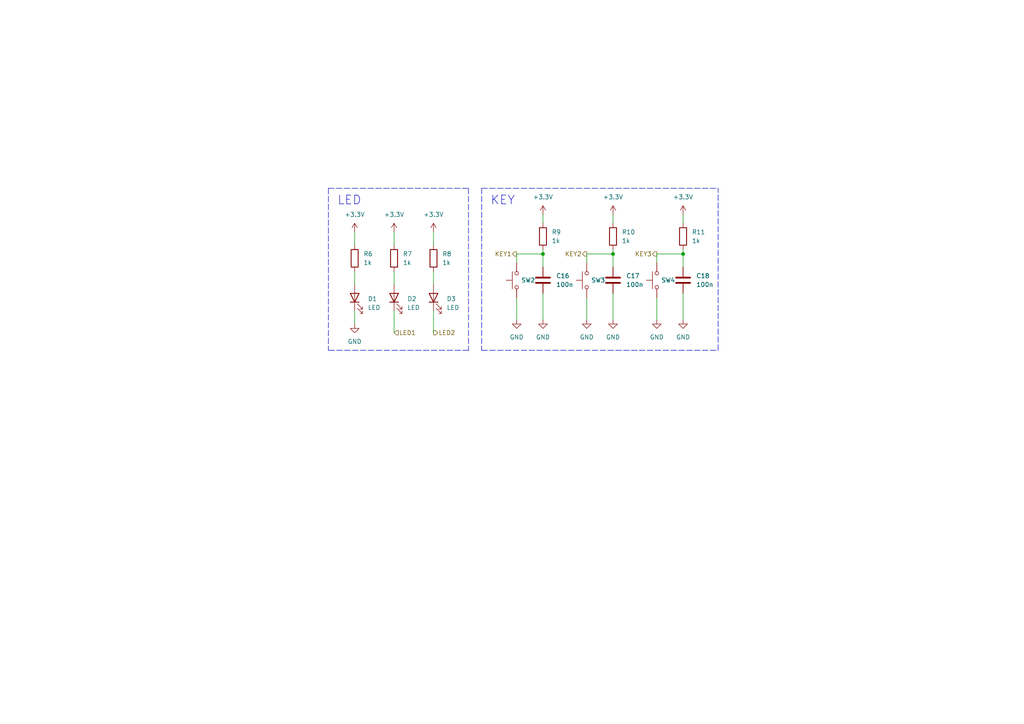
<source format=kicad_sch>
(kicad_sch (version 20211123) (generator eeschema)

  (uuid f3b9703f-8919-4cc9-8065-513ea338bb19)

  (paper "A4")

  (lib_symbols
    (symbol "Device:C" (pin_numbers hide) (pin_names (offset 0.254)) (in_bom yes) (on_board yes)
      (property "Reference" "C" (id 0) (at 0.635 2.54 0)
        (effects (font (size 1.27 1.27)) (justify left))
      )
      (property "Value" "C" (id 1) (at 0.635 -2.54 0)
        (effects (font (size 1.27 1.27)) (justify left))
      )
      (property "Footprint" "" (id 2) (at 0.9652 -3.81 0)
        (effects (font (size 1.27 1.27)) hide)
      )
      (property "Datasheet" "~" (id 3) (at 0 0 0)
        (effects (font (size 1.27 1.27)) hide)
      )
      (property "ki_keywords" "cap capacitor" (id 4) (at 0 0 0)
        (effects (font (size 1.27 1.27)) hide)
      )
      (property "ki_description" "Unpolarized capacitor" (id 5) (at 0 0 0)
        (effects (font (size 1.27 1.27)) hide)
      )
      (property "ki_fp_filters" "C_*" (id 6) (at 0 0 0)
        (effects (font (size 1.27 1.27)) hide)
      )
      (symbol "C_0_1"
        (polyline
          (pts
            (xy -2.032 -0.762)
            (xy 2.032 -0.762)
          )
          (stroke (width 0.508) (type default) (color 0 0 0 0))
          (fill (type none))
        )
        (polyline
          (pts
            (xy -2.032 0.762)
            (xy 2.032 0.762)
          )
          (stroke (width 0.508) (type default) (color 0 0 0 0))
          (fill (type none))
        )
      )
      (symbol "C_1_1"
        (pin passive line (at 0 3.81 270) (length 2.794)
          (name "~" (effects (font (size 1.27 1.27))))
          (number "1" (effects (font (size 1.27 1.27))))
        )
        (pin passive line (at 0 -3.81 90) (length 2.794)
          (name "~" (effects (font (size 1.27 1.27))))
          (number "2" (effects (font (size 1.27 1.27))))
        )
      )
    )
    (symbol "Device:LED" (pin_numbers hide) (pin_names (offset 1.016) hide) (in_bom yes) (on_board yes)
      (property "Reference" "D" (id 0) (at 0 2.54 0)
        (effects (font (size 1.27 1.27)))
      )
      (property "Value" "LED" (id 1) (at 0 -2.54 0)
        (effects (font (size 1.27 1.27)))
      )
      (property "Footprint" "" (id 2) (at 0 0 0)
        (effects (font (size 1.27 1.27)) hide)
      )
      (property "Datasheet" "~" (id 3) (at 0 0 0)
        (effects (font (size 1.27 1.27)) hide)
      )
      (property "ki_keywords" "LED diode" (id 4) (at 0 0 0)
        (effects (font (size 1.27 1.27)) hide)
      )
      (property "ki_description" "Light emitting diode" (id 5) (at 0 0 0)
        (effects (font (size 1.27 1.27)) hide)
      )
      (property "ki_fp_filters" "LED* LED_SMD:* LED_THT:*" (id 6) (at 0 0 0)
        (effects (font (size 1.27 1.27)) hide)
      )
      (symbol "LED_0_1"
        (polyline
          (pts
            (xy -1.27 -1.27)
            (xy -1.27 1.27)
          )
          (stroke (width 0.254) (type default) (color 0 0 0 0))
          (fill (type none))
        )
        (polyline
          (pts
            (xy -1.27 0)
            (xy 1.27 0)
          )
          (stroke (width 0) (type default) (color 0 0 0 0))
          (fill (type none))
        )
        (polyline
          (pts
            (xy 1.27 -1.27)
            (xy 1.27 1.27)
            (xy -1.27 0)
            (xy 1.27 -1.27)
          )
          (stroke (width 0.254) (type default) (color 0 0 0 0))
          (fill (type none))
        )
        (polyline
          (pts
            (xy -3.048 -0.762)
            (xy -4.572 -2.286)
            (xy -3.81 -2.286)
            (xy -4.572 -2.286)
            (xy -4.572 -1.524)
          )
          (stroke (width 0) (type default) (color 0 0 0 0))
          (fill (type none))
        )
        (polyline
          (pts
            (xy -1.778 -0.762)
            (xy -3.302 -2.286)
            (xy -2.54 -2.286)
            (xy -3.302 -2.286)
            (xy -3.302 -1.524)
          )
          (stroke (width 0) (type default) (color 0 0 0 0))
          (fill (type none))
        )
      )
      (symbol "LED_1_1"
        (pin passive line (at -3.81 0 0) (length 2.54)
          (name "K" (effects (font (size 1.27 1.27))))
          (number "1" (effects (font (size 1.27 1.27))))
        )
        (pin passive line (at 3.81 0 180) (length 2.54)
          (name "A" (effects (font (size 1.27 1.27))))
          (number "2" (effects (font (size 1.27 1.27))))
        )
      )
    )
    (symbol "Device:R" (pin_numbers hide) (pin_names (offset 0)) (in_bom yes) (on_board yes)
      (property "Reference" "R" (id 0) (at 2.032 0 90)
        (effects (font (size 1.27 1.27)))
      )
      (property "Value" "R" (id 1) (at 0 0 90)
        (effects (font (size 1.27 1.27)))
      )
      (property "Footprint" "" (id 2) (at -1.778 0 90)
        (effects (font (size 1.27 1.27)) hide)
      )
      (property "Datasheet" "~" (id 3) (at 0 0 0)
        (effects (font (size 1.27 1.27)) hide)
      )
      (property "ki_keywords" "R res resistor" (id 4) (at 0 0 0)
        (effects (font (size 1.27 1.27)) hide)
      )
      (property "ki_description" "Resistor" (id 5) (at 0 0 0)
        (effects (font (size 1.27 1.27)) hide)
      )
      (property "ki_fp_filters" "R_*" (id 6) (at 0 0 0)
        (effects (font (size 1.27 1.27)) hide)
      )
      (symbol "R_0_1"
        (rectangle (start -1.016 -2.54) (end 1.016 2.54)
          (stroke (width 0.254) (type default) (color 0 0 0 0))
          (fill (type none))
        )
      )
      (symbol "R_1_1"
        (pin passive line (at 0 3.81 270) (length 1.27)
          (name "~" (effects (font (size 1.27 1.27))))
          (number "1" (effects (font (size 1.27 1.27))))
        )
        (pin passive line (at 0 -3.81 90) (length 1.27)
          (name "~" (effects (font (size 1.27 1.27))))
          (number "2" (effects (font (size 1.27 1.27))))
        )
      )
    )
    (symbol "Switch:SW_Push" (pin_numbers hide) (pin_names (offset 1.016) hide) (in_bom yes) (on_board yes)
      (property "Reference" "SW" (id 0) (at 1.27 2.54 0)
        (effects (font (size 1.27 1.27)) (justify left))
      )
      (property "Value" "SW_Push" (id 1) (at 0 -1.524 0)
        (effects (font (size 1.27 1.27)))
      )
      (property "Footprint" "" (id 2) (at 0 5.08 0)
        (effects (font (size 1.27 1.27)) hide)
      )
      (property "Datasheet" "~" (id 3) (at 0 5.08 0)
        (effects (font (size 1.27 1.27)) hide)
      )
      (property "ki_keywords" "switch normally-open pushbutton push-button" (id 4) (at 0 0 0)
        (effects (font (size 1.27 1.27)) hide)
      )
      (property "ki_description" "Push button switch, generic, two pins" (id 5) (at 0 0 0)
        (effects (font (size 1.27 1.27)) hide)
      )
      (symbol "SW_Push_0_1"
        (circle (center -2.032 0) (radius 0.508)
          (stroke (width 0) (type default) (color 0 0 0 0))
          (fill (type none))
        )
        (polyline
          (pts
            (xy 0 1.27)
            (xy 0 3.048)
          )
          (stroke (width 0) (type default) (color 0 0 0 0))
          (fill (type none))
        )
        (polyline
          (pts
            (xy 2.54 1.27)
            (xy -2.54 1.27)
          )
          (stroke (width 0) (type default) (color 0 0 0 0))
          (fill (type none))
        )
        (circle (center 2.032 0) (radius 0.508)
          (stroke (width 0) (type default) (color 0 0 0 0))
          (fill (type none))
        )
        (pin passive line (at -5.08 0 0) (length 2.54)
          (name "1" (effects (font (size 1.27 1.27))))
          (number "1" (effects (font (size 1.27 1.27))))
        )
        (pin passive line (at 5.08 0 180) (length 2.54)
          (name "2" (effects (font (size 1.27 1.27))))
          (number "2" (effects (font (size 1.27 1.27))))
        )
      )
    )
    (symbol "power:+3.3V" (power) (pin_names (offset 0)) (in_bom yes) (on_board yes)
      (property "Reference" "#PWR" (id 0) (at 0 -3.81 0)
        (effects (font (size 1.27 1.27)) hide)
      )
      (property "Value" "+3.3V" (id 1) (at 0 3.556 0)
        (effects (font (size 1.27 1.27)))
      )
      (property "Footprint" "" (id 2) (at 0 0 0)
        (effects (font (size 1.27 1.27)) hide)
      )
      (property "Datasheet" "" (id 3) (at 0 0 0)
        (effects (font (size 1.27 1.27)) hide)
      )
      (property "ki_keywords" "power-flag" (id 4) (at 0 0 0)
        (effects (font (size 1.27 1.27)) hide)
      )
      (property "ki_description" "Power symbol creates a global label with name \"+3.3V\"" (id 5) (at 0 0 0)
        (effects (font (size 1.27 1.27)) hide)
      )
      (symbol "+3.3V_0_1"
        (polyline
          (pts
            (xy -0.762 1.27)
            (xy 0 2.54)
          )
          (stroke (width 0) (type default) (color 0 0 0 0))
          (fill (type none))
        )
        (polyline
          (pts
            (xy 0 0)
            (xy 0 2.54)
          )
          (stroke (width 0) (type default) (color 0 0 0 0))
          (fill (type none))
        )
        (polyline
          (pts
            (xy 0 2.54)
            (xy 0.762 1.27)
          )
          (stroke (width 0) (type default) (color 0 0 0 0))
          (fill (type none))
        )
      )
      (symbol "+3.3V_1_1"
        (pin power_in line (at 0 0 90) (length 0) hide
          (name "+3.3V" (effects (font (size 1.27 1.27))))
          (number "1" (effects (font (size 1.27 1.27))))
        )
      )
    )
    (symbol "power:GND" (power) (pin_names (offset 0)) (in_bom yes) (on_board yes)
      (property "Reference" "#PWR" (id 0) (at 0 -6.35 0)
        (effects (font (size 1.27 1.27)) hide)
      )
      (property "Value" "GND" (id 1) (at 0 -3.81 0)
        (effects (font (size 1.27 1.27)))
      )
      (property "Footprint" "" (id 2) (at 0 0 0)
        (effects (font (size 1.27 1.27)) hide)
      )
      (property "Datasheet" "" (id 3) (at 0 0 0)
        (effects (font (size 1.27 1.27)) hide)
      )
      (property "ki_keywords" "power-flag" (id 4) (at 0 0 0)
        (effects (font (size 1.27 1.27)) hide)
      )
      (property "ki_description" "Power symbol creates a global label with name \"GND\" , ground" (id 5) (at 0 0 0)
        (effects (font (size 1.27 1.27)) hide)
      )
      (symbol "GND_0_1"
        (polyline
          (pts
            (xy 0 0)
            (xy 0 -1.27)
            (xy 1.27 -1.27)
            (xy 0 -2.54)
            (xy -1.27 -1.27)
            (xy 0 -1.27)
          )
          (stroke (width 0) (type default) (color 0 0 0 0))
          (fill (type none))
        )
      )
      (symbol "GND_1_1"
        (pin power_in line (at 0 0 270) (length 0) hide
          (name "GND" (effects (font (size 1.27 1.27))))
          (number "1" (effects (font (size 1.27 1.27))))
        )
      )
    )
  )

  (junction (at 198.12 73.66) (diameter 0) (color 0 0 0 0)
    (uuid 43d5b409-e37a-4db2-be54-7a29d31c7b1d)
  )
  (junction (at 157.48 73.66) (diameter 0) (color 0 0 0 0)
    (uuid 744b5f71-dedd-461f-bcd8-0943e4f210ac)
  )
  (junction (at 177.8 73.66) (diameter 0) (color 0 0 0 0)
    (uuid 8cb84de9-73ab-46e5-becd-f9e88025f0d6)
  )

  (wire (pts (xy 114.3 67.31) (xy 114.3 71.12))
    (stroke (width 0) (type default) (color 0 0 0 0))
    (uuid 03d86d5c-a9fa-47c0-95b8-5eb571b88005)
  )
  (wire (pts (xy 125.73 78.74) (xy 125.73 82.55))
    (stroke (width 0) (type default) (color 0 0 0 0))
    (uuid 058322b0-bcec-43c5-b02d-ea97b1977b16)
  )
  (wire (pts (xy 125.73 67.31) (xy 125.73 71.12))
    (stroke (width 0) (type default) (color 0 0 0 0))
    (uuid 05e9b194-4bb3-4b8d-9e12-8453bf629ec2)
  )
  (wire (pts (xy 102.87 78.74) (xy 102.87 82.55))
    (stroke (width 0) (type default) (color 0 0 0 0))
    (uuid 0791f035-cd70-40c2-9476-46dfd3d11563)
  )
  (wire (pts (xy 190.5 76.2) (xy 190.5 73.66))
    (stroke (width 0) (type default) (color 0 0 0 0))
    (uuid 18df789e-174a-40a0-8409-7e95f13b8110)
  )
  (wire (pts (xy 102.87 67.31) (xy 102.87 71.12))
    (stroke (width 0) (type default) (color 0 0 0 0))
    (uuid 19fca27e-85cc-4102-bbbb-36ede8442570)
  )
  (polyline (pts (xy 95.25 54.61) (xy 95.25 101.6))
    (stroke (width 0) (type default) (color 0 0 0 0))
    (uuid 3e669d55-8839-4cc6-99f5-1673096439a9)
  )

  (wire (pts (xy 157.48 62.23) (xy 157.48 64.77))
    (stroke (width 0) (type default) (color 0 0 0 0))
    (uuid 3ed2cb3a-4467-4785-ad1b-644d987f0ffa)
  )
  (polyline (pts (xy 135.89 54.61) (xy 135.89 101.6))
    (stroke (width 0) (type default) (color 0 0 0 0))
    (uuid 488e129f-b80d-4e82-a576-fdb98b191246)
  )

  (wire (pts (xy 198.12 73.66) (xy 198.12 72.39))
    (stroke (width 0) (type default) (color 0 0 0 0))
    (uuid 595f9d64-324c-447a-8560-0e18f4eb55ee)
  )
  (wire (pts (xy 114.3 90.17) (xy 114.3 96.52))
    (stroke (width 0) (type default) (color 0 0 0 0))
    (uuid 5bf7adc1-0cf5-4d47-b5ca-7e78b77a10a5)
  )
  (wire (pts (xy 177.8 62.23) (xy 177.8 64.77))
    (stroke (width 0) (type default) (color 0 0 0 0))
    (uuid 628fbbf7-871e-4c2b-85b7-7cea32f21514)
  )
  (wire (pts (xy 177.8 73.66) (xy 177.8 77.47))
    (stroke (width 0) (type default) (color 0 0 0 0))
    (uuid 696a797c-a7c0-41eb-b2ca-5e02178a8d53)
  )
  (wire (pts (xy 177.8 73.66) (xy 177.8 72.39))
    (stroke (width 0) (type default) (color 0 0 0 0))
    (uuid 73dd3b65-da33-4980-a47b-f5cc4f2cceef)
  )
  (wire (pts (xy 170.18 76.2) (xy 170.18 73.66))
    (stroke (width 0) (type default) (color 0 0 0 0))
    (uuid 78adb550-442f-4fab-8c1f-4efa5eb27656)
  )
  (wire (pts (xy 157.48 73.66) (xy 157.48 77.47))
    (stroke (width 0) (type default) (color 0 0 0 0))
    (uuid 79aaf405-5377-4cf5-a35a-576d52e707b3)
  )
  (polyline (pts (xy 139.7 101.6) (xy 208.28 101.6))
    (stroke (width 0) (type default) (color 0 0 0 0))
    (uuid 7e6833f3-d6c7-46ca-b91d-fb9453aa3f7e)
  )

  (wire (pts (xy 149.86 73.66) (xy 157.48 73.66))
    (stroke (width 0) (type default) (color 0 0 0 0))
    (uuid 7fc0fdff-3d01-4cfb-ae3b-d1fec6c4fe3d)
  )
  (wire (pts (xy 198.12 62.23) (xy 198.12 64.77))
    (stroke (width 0) (type default) (color 0 0 0 0))
    (uuid 84ea71f1-68b2-4f73-ab0e-287b1ad3d717)
  )
  (polyline (pts (xy 139.7 54.61) (xy 139.7 101.6))
    (stroke (width 0) (type default) (color 0 0 0 0))
    (uuid 85cd4643-c2f9-4109-b9e8-6d79b417f90b)
  )

  (wire (pts (xy 125.73 90.17) (xy 125.73 96.52))
    (stroke (width 0) (type default) (color 0 0 0 0))
    (uuid 96bd0f51-f576-47a1-a5a9-582a4e0d27ff)
  )
  (wire (pts (xy 149.86 86.36) (xy 149.86 92.71))
    (stroke (width 0) (type default) (color 0 0 0 0))
    (uuid 984b7668-e6f2-4f8a-b4c2-189284e1285f)
  )
  (wire (pts (xy 114.3 78.74) (xy 114.3 82.55))
    (stroke (width 0) (type default) (color 0 0 0 0))
    (uuid 9e548a2c-3318-44ff-9bcf-1368b4665240)
  )
  (wire (pts (xy 149.86 76.2) (xy 149.86 73.66))
    (stroke (width 0) (type default) (color 0 0 0 0))
    (uuid a51373fb-fdb5-40df-a09b-1c783eba1451)
  )
  (wire (pts (xy 190.5 86.36) (xy 190.5 92.71))
    (stroke (width 0) (type default) (color 0 0 0 0))
    (uuid a79d8124-e249-411a-b123-295b953d6da4)
  )
  (wire (pts (xy 198.12 73.66) (xy 198.12 77.47))
    (stroke (width 0) (type default) (color 0 0 0 0))
    (uuid c83b6e24-b93f-498d-bfbb-92d106f439cf)
  )
  (wire (pts (xy 190.5 73.66) (xy 198.12 73.66))
    (stroke (width 0) (type default) (color 0 0 0 0))
    (uuid ca866599-8fc8-4871-866d-79e3ecbc28cd)
  )
  (wire (pts (xy 170.18 73.66) (xy 177.8 73.66))
    (stroke (width 0) (type default) (color 0 0 0 0))
    (uuid d43eeb51-04ea-42a0-ad4c-7a982e17e323)
  )
  (polyline (pts (xy 139.7 54.61) (xy 208.28 54.61))
    (stroke (width 0) (type default) (color 0 0 0 0))
    (uuid de5f8a86-eb69-49c7-9009-0bba2adbb82f)
  )

  (wire (pts (xy 102.87 90.17) (xy 102.87 93.98))
    (stroke (width 0) (type default) (color 0 0 0 0))
    (uuid e0891b71-7cd6-4792-ba2b-e4f970239e23)
  )
  (polyline (pts (xy 208.28 101.6) (xy 208.28 54.61))
    (stroke (width 0) (type default) (color 0 0 0 0))
    (uuid e3641743-10c0-4c4c-ba55-f9ae974e2973)
  )
  (polyline (pts (xy 135.89 101.6) (xy 95.25 101.6))
    (stroke (width 0) (type default) (color 0 0 0 0))
    (uuid e442a5d5-a8f4-494e-aaa7-242ae709aa14)
  )

  (wire (pts (xy 198.12 85.09) (xy 198.12 92.71))
    (stroke (width 0) (type default) (color 0 0 0 0))
    (uuid e8636ed7-3255-404f-b0ec-5954922dc898)
  )
  (wire (pts (xy 157.48 73.66) (xy 157.48 72.39))
    (stroke (width 0) (type default) (color 0 0 0 0))
    (uuid eacfcdfd-c21a-474b-ab67-38b2041ae027)
  )
  (wire (pts (xy 177.8 85.09) (xy 177.8 92.71))
    (stroke (width 0) (type default) (color 0 0 0 0))
    (uuid f0083864-55fa-41d7-8f77-1c9f90bf202d)
  )
  (wire (pts (xy 170.18 86.36) (xy 170.18 92.71))
    (stroke (width 0) (type default) (color 0 0 0 0))
    (uuid f85c6340-80c4-43e4-8f57-a7a0dadf26b1)
  )
  (wire (pts (xy 157.48 85.09) (xy 157.48 92.71))
    (stroke (width 0) (type default) (color 0 0 0 0))
    (uuid f88d861a-0178-422d-8798-5eb7e4833539)
  )
  (polyline (pts (xy 95.25 54.61) (xy 135.89 54.61))
    (stroke (width 0) (type default) (color 0 0 0 0))
    (uuid fcb829f7-6436-4d0e-9ac3-a2d4652e0882)
  )

  (text "LED" (at 97.79 59.69 0)
    (effects (font (size 2.54 2.54)) (justify left bottom))
    (uuid 0726be91-3567-4bcf-bcb1-cfb48cc716ab)
  )
  (text "KEY" (at 142.24 59.69 0)
    (effects (font (size 2.54 2.54)) (justify left bottom))
    (uuid a49fe32b-8104-4d0f-a63f-c67ccb4af827)
  )

  (hierarchical_label "LED1" (shape input) (at 114.3 96.52 0)
    (effects (font (size 1.27 1.27)) (justify left))
    (uuid 2fcf6dc5-1c57-485d-a539-16eeaca6daf7)
  )
  (hierarchical_label "KEY2" (shape output) (at 170.18 73.66 180)
    (effects (font (size 1.27 1.27)) (justify right))
    (uuid 6a2e2c7b-bb99-4fe5-8407-a8523b123b68)
  )
  (hierarchical_label "KEY1" (shape output) (at 149.86 73.66 180)
    (effects (font (size 1.27 1.27)) (justify right))
    (uuid 9c1bf29f-f834-43f0-a919-d780e804a54e)
  )
  (hierarchical_label "KEY3" (shape output) (at 190.5 73.66 180)
    (effects (font (size 1.27 1.27)) (justify right))
    (uuid dc5ec66e-cecf-472f-b540-57f70e007caf)
  )
  (hierarchical_label "LED2" (shape output) (at 125.73 96.52 0)
    (effects (font (size 1.27 1.27)) (justify left))
    (uuid f39298fc-7ee4-4545-8921-91976e99d265)
  )

  (symbol (lib_id "Device:C") (at 198.12 81.28 0) (unit 1)
    (in_bom yes) (on_board yes) (fields_autoplaced)
    (uuid 0b0636af-a8d8-4d29-98d0-72fe28b5cdf1)
    (property "Reference" "C18" (id 0) (at 201.93 80.0099 0)
      (effects (font (size 1.27 1.27)) (justify left))
    )
    (property "Value" "100n" (id 1) (at 201.93 82.5499 0)
      (effects (font (size 1.27 1.27)) (justify left))
    )
    (property "Footprint" "Capacitor_SMD:C_0603_1608Metric" (id 2) (at 199.0852 85.09 0)
      (effects (font (size 1.27 1.27)) hide)
    )
    (property "Datasheet" "~" (id 3) (at 198.12 81.28 0)
      (effects (font (size 1.27 1.27)) hide)
    )
    (pin "1" (uuid 9e53a182-35af-444a-abad-22f45c6e8266))
    (pin "2" (uuid fd8877d3-6651-4a24-8f88-17d150e4ead5))
  )

  (symbol (lib_id "power:+3.3V") (at 157.48 62.23 0) (unit 1)
    (in_bom yes) (on_board yes) (fields_autoplaced)
    (uuid 157c95e9-4e6f-417b-a35f-323fb7d91449)
    (property "Reference" "#PWR049" (id 0) (at 157.48 66.04 0)
      (effects (font (size 1.27 1.27)) hide)
    )
    (property "Value" "+3.3V" (id 1) (at 157.48 57.15 0))
    (property "Footprint" "" (id 2) (at 157.48 62.23 0)
      (effects (font (size 1.27 1.27)) hide)
    )
    (property "Datasheet" "" (id 3) (at 157.48 62.23 0)
      (effects (font (size 1.27 1.27)) hide)
    )
    (pin "1" (uuid 8297e444-cf89-4572-85b2-6dee79def2aa))
  )

  (symbol (lib_id "power:GND") (at 149.86 92.71 0) (unit 1)
    (in_bom yes) (on_board yes) (fields_autoplaced)
    (uuid 2819f453-221f-4d9e-8fdb-8e999574020e)
    (property "Reference" "#PWR048" (id 0) (at 149.86 99.06 0)
      (effects (font (size 1.27 1.27)) hide)
    )
    (property "Value" "GND" (id 1) (at 149.86 97.79 0))
    (property "Footprint" "" (id 2) (at 149.86 92.71 0)
      (effects (font (size 1.27 1.27)) hide)
    )
    (property "Datasheet" "" (id 3) (at 149.86 92.71 0)
      (effects (font (size 1.27 1.27)) hide)
    )
    (pin "1" (uuid e8710111-504d-4f57-86e7-3bbf36f0b487))
  )

  (symbol (lib_id "Device:R") (at 102.87 74.93 0) (unit 1)
    (in_bom yes) (on_board yes) (fields_autoplaced)
    (uuid 398ddcff-cf75-434b-8755-64a5ad901944)
    (property "Reference" "R6" (id 0) (at 105.41 73.6599 0)
      (effects (font (size 1.27 1.27)) (justify left))
    )
    (property "Value" "1k" (id 1) (at 105.41 76.1999 0)
      (effects (font (size 1.27 1.27)) (justify left))
    )
    (property "Footprint" "Resistor_SMD:R_0603_1608Metric" (id 2) (at 101.092 74.93 90)
      (effects (font (size 1.27 1.27)) hide)
    )
    (property "Datasheet" "~" (id 3) (at 102.87 74.93 0)
      (effects (font (size 1.27 1.27)) hide)
    )
    (pin "1" (uuid 1d539210-fd14-4735-82d0-95f7691dbf2b))
    (pin "2" (uuid abd33efc-a09d-4b99-85d9-71738a4ad33c))
  )

  (symbol (lib_id "power:GND") (at 198.12 92.71 0) (unit 1)
    (in_bom yes) (on_board yes) (fields_autoplaced)
    (uuid 4475d34d-2b8e-4556-9ec0-6fccd55062f3)
    (property "Reference" "#PWR056" (id 0) (at 198.12 99.06 0)
      (effects (font (size 1.27 1.27)) hide)
    )
    (property "Value" "GND" (id 1) (at 198.12 97.79 0))
    (property "Footprint" "" (id 2) (at 198.12 92.71 0)
      (effects (font (size 1.27 1.27)) hide)
    )
    (property "Datasheet" "" (id 3) (at 198.12 92.71 0)
      (effects (font (size 1.27 1.27)) hide)
    )
    (pin "1" (uuid 872f74de-2fa5-4da3-8e00-8d26b33110e8))
  )

  (symbol (lib_id "power:+3.3V") (at 114.3 67.31 0) (unit 1)
    (in_bom yes) (on_board yes) (fields_autoplaced)
    (uuid 4acb1c37-8571-4e04-8f95-59b8de0690c5)
    (property "Reference" "#PWR046" (id 0) (at 114.3 71.12 0)
      (effects (font (size 1.27 1.27)) hide)
    )
    (property "Value" "+3.3V" (id 1) (at 114.3 62.23 0))
    (property "Footprint" "" (id 2) (at 114.3 67.31 0)
      (effects (font (size 1.27 1.27)) hide)
    )
    (property "Datasheet" "" (id 3) (at 114.3 67.31 0)
      (effects (font (size 1.27 1.27)) hide)
    )
    (pin "1" (uuid 5aca129a-0004-422d-b23d-50842c61e317))
  )

  (symbol (lib_id "power:GND") (at 177.8 92.71 0) (unit 1)
    (in_bom yes) (on_board yes) (fields_autoplaced)
    (uuid 4f7699fd-f0f0-4c48-b9cc-071a02e28322)
    (property "Reference" "#PWR053" (id 0) (at 177.8 99.06 0)
      (effects (font (size 1.27 1.27)) hide)
    )
    (property "Value" "GND" (id 1) (at 177.8 97.79 0))
    (property "Footprint" "" (id 2) (at 177.8 92.71 0)
      (effects (font (size 1.27 1.27)) hide)
    )
    (property "Datasheet" "" (id 3) (at 177.8 92.71 0)
      (effects (font (size 1.27 1.27)) hide)
    )
    (pin "1" (uuid 9c5b2285-3c95-42fb-a555-5e46cad46444))
  )

  (symbol (lib_id "power:GND") (at 157.48 92.71 0) (unit 1)
    (in_bom yes) (on_board yes) (fields_autoplaced)
    (uuid 53050b97-791d-4307-ab2f-d150a9dcdd30)
    (property "Reference" "#PWR050" (id 0) (at 157.48 99.06 0)
      (effects (font (size 1.27 1.27)) hide)
    )
    (property "Value" "GND" (id 1) (at 157.48 97.79 0))
    (property "Footprint" "" (id 2) (at 157.48 92.71 0)
      (effects (font (size 1.27 1.27)) hide)
    )
    (property "Datasheet" "" (id 3) (at 157.48 92.71 0)
      (effects (font (size 1.27 1.27)) hide)
    )
    (pin "1" (uuid 7b6cd122-b924-4bf2-bfb0-f151b0859421))
  )

  (symbol (lib_id "Device:R") (at 198.12 68.58 0) (unit 1)
    (in_bom yes) (on_board yes) (fields_autoplaced)
    (uuid 64303c3a-c297-47a7-aa09-4f39224d02e3)
    (property "Reference" "R11" (id 0) (at 200.66 67.3099 0)
      (effects (font (size 1.27 1.27)) (justify left))
    )
    (property "Value" "1k" (id 1) (at 200.66 69.8499 0)
      (effects (font (size 1.27 1.27)) (justify left))
    )
    (property "Footprint" "Resistor_SMD:R_0603_1608Metric" (id 2) (at 196.342 68.58 90)
      (effects (font (size 1.27 1.27)) hide)
    )
    (property "Datasheet" "~" (id 3) (at 198.12 68.58 0)
      (effects (font (size 1.27 1.27)) hide)
    )
    (pin "1" (uuid 16f69c20-b231-40f2-9aa6-a7f7f28f6b76))
    (pin "2" (uuid ae83df78-09bf-41ab-8ed4-aa3ed75f2946))
  )

  (symbol (lib_id "Switch:SW_Push") (at 170.18 81.28 90) (unit 1)
    (in_bom yes) (on_board yes) (fields_autoplaced)
    (uuid 71125b9d-09aa-45a4-81a3-c7df30f798c9)
    (property "Reference" "SW3" (id 0) (at 171.45 81.2799 90)
      (effects (font (size 1.27 1.27)) (justify right))
    )
    (property "Value" "SW_Push" (id 1) (at 171.704 81.28 0)
      (effects (font (size 1.27 1.27)) hide)
    )
    (property "Footprint" "Button_Switch_SMD:SW_Push_1P1T_NO_6x6mm_H9.5mm" (id 2) (at 165.1 81.28 0)
      (effects (font (size 1.27 1.27)) hide)
    )
    (property "Datasheet" "~" (id 3) (at 165.1 81.28 0)
      (effects (font (size 1.27 1.27)) hide)
    )
    (pin "1" (uuid 8ca44105-c103-434e-8190-abbd57c9d7d5))
    (pin "2" (uuid 401dc406-5b6b-433a-8608-08be54edb79a))
  )

  (symbol (lib_id "power:+3.3V") (at 125.73 67.31 0) (unit 1)
    (in_bom yes) (on_board yes) (fields_autoplaced)
    (uuid 78c379b7-26f3-40c5-a7da-fb204e3008cb)
    (property "Reference" "#PWR047" (id 0) (at 125.73 71.12 0)
      (effects (font (size 1.27 1.27)) hide)
    )
    (property "Value" "+3.3V" (id 1) (at 125.73 62.23 0))
    (property "Footprint" "" (id 2) (at 125.73 67.31 0)
      (effects (font (size 1.27 1.27)) hide)
    )
    (property "Datasheet" "" (id 3) (at 125.73 67.31 0)
      (effects (font (size 1.27 1.27)) hide)
    )
    (pin "1" (uuid f1dbebd7-e8c5-4895-a0ae-f8d51abf467b))
  )

  (symbol (lib_id "Device:R") (at 157.48 68.58 0) (unit 1)
    (in_bom yes) (on_board yes) (fields_autoplaced)
    (uuid 809c5804-762f-47d3-aef4-7729a74ff823)
    (property "Reference" "R9" (id 0) (at 160.02 67.3099 0)
      (effects (font (size 1.27 1.27)) (justify left))
    )
    (property "Value" "1k" (id 1) (at 160.02 69.8499 0)
      (effects (font (size 1.27 1.27)) (justify left))
    )
    (property "Footprint" "Resistor_SMD:R_0603_1608Metric" (id 2) (at 155.702 68.58 90)
      (effects (font (size 1.27 1.27)) hide)
    )
    (property "Datasheet" "~" (id 3) (at 157.48 68.58 0)
      (effects (font (size 1.27 1.27)) hide)
    )
    (pin "1" (uuid 01a2d51d-5041-44c3-b079-dccb1cf6bafa))
    (pin "2" (uuid dd5d71c9-1e09-40a4-8bd3-271eb2b638d4))
  )

  (symbol (lib_id "power:+3.3V") (at 102.87 67.31 0) (unit 1)
    (in_bom yes) (on_board yes) (fields_autoplaced)
    (uuid 8bf99eac-c3a2-4ebb-a1d1-2cff2dbcbf97)
    (property "Reference" "#PWR044" (id 0) (at 102.87 71.12 0)
      (effects (font (size 1.27 1.27)) hide)
    )
    (property "Value" "+3.3V" (id 1) (at 102.87 62.23 0))
    (property "Footprint" "" (id 2) (at 102.87 67.31 0)
      (effects (font (size 1.27 1.27)) hide)
    )
    (property "Datasheet" "" (id 3) (at 102.87 67.31 0)
      (effects (font (size 1.27 1.27)) hide)
    )
    (pin "1" (uuid ddd4a1ec-a41f-42be-be79-924c07f3680a))
  )

  (symbol (lib_id "power:+3.3V") (at 198.12 62.23 0) (unit 1)
    (in_bom yes) (on_board yes) (fields_autoplaced)
    (uuid 986af359-652c-41a5-96f4-5ec91e55c9b6)
    (property "Reference" "#PWR055" (id 0) (at 198.12 66.04 0)
      (effects (font (size 1.27 1.27)) hide)
    )
    (property "Value" "+3.3V" (id 1) (at 198.12 57.15 0))
    (property "Footprint" "" (id 2) (at 198.12 62.23 0)
      (effects (font (size 1.27 1.27)) hide)
    )
    (property "Datasheet" "" (id 3) (at 198.12 62.23 0)
      (effects (font (size 1.27 1.27)) hide)
    )
    (pin "1" (uuid c2da76ff-b5dc-4cbe-897c-4c909f86a0e9))
  )

  (symbol (lib_id "Switch:SW_Push") (at 190.5 81.28 90) (unit 1)
    (in_bom yes) (on_board yes) (fields_autoplaced)
    (uuid 9e835dca-f51d-4d7b-bdea-ed92fe22189e)
    (property "Reference" "SW4" (id 0) (at 191.77 81.2799 90)
      (effects (font (size 1.27 1.27)) (justify right))
    )
    (property "Value" "SW_Push" (id 1) (at 192.024 81.28 0)
      (effects (font (size 1.27 1.27)) hide)
    )
    (property "Footprint" "Button_Switch_SMD:SW_Push_1P1T_NO_6x6mm_H9.5mm" (id 2) (at 185.42 81.28 0)
      (effects (font (size 1.27 1.27)) hide)
    )
    (property "Datasheet" "~" (id 3) (at 185.42 81.28 0)
      (effects (font (size 1.27 1.27)) hide)
    )
    (pin "1" (uuid 526ad190-f606-444c-ad56-e6e2f111b0a1))
    (pin "2" (uuid 7ad7da00-c2d5-49e6-9e8d-72f8058adf06))
  )

  (symbol (lib_id "Device:LED") (at 125.73 86.36 90) (unit 1)
    (in_bom yes) (on_board yes) (fields_autoplaced)
    (uuid a9349293-1ed8-46ac-aaa5-172d99c39714)
    (property "Reference" "D3" (id 0) (at 129.54 86.6774 90)
      (effects (font (size 1.27 1.27)) (justify right))
    )
    (property "Value" "LED" (id 1) (at 129.54 89.2174 90)
      (effects (font (size 1.27 1.27)) (justify right))
    )
    (property "Footprint" "Capacitor_SMD:C_0603_1608Metric" (id 2) (at 125.73 86.36 0)
      (effects (font (size 1.27 1.27)) hide)
    )
    (property "Datasheet" "~" (id 3) (at 125.73 86.36 0)
      (effects (font (size 1.27 1.27)) hide)
    )
    (pin "1" (uuid 2a127c37-9c81-4718-a010-bdaa05dbab28))
    (pin "2" (uuid 53177a43-0cbd-476a-b217-f5fd53e6ab81))
  )

  (symbol (lib_id "Device:C") (at 177.8 81.28 0) (unit 1)
    (in_bom yes) (on_board yes) (fields_autoplaced)
    (uuid ab638c96-fef4-4eb2-9113-2df61eeb0189)
    (property "Reference" "C17" (id 0) (at 181.61 80.0099 0)
      (effects (font (size 1.27 1.27)) (justify left))
    )
    (property "Value" "100n" (id 1) (at 181.61 82.5499 0)
      (effects (font (size 1.27 1.27)) (justify left))
    )
    (property "Footprint" "Capacitor_SMD:C_0603_1608Metric" (id 2) (at 178.7652 85.09 0)
      (effects (font (size 1.27 1.27)) hide)
    )
    (property "Datasheet" "~" (id 3) (at 177.8 81.28 0)
      (effects (font (size 1.27 1.27)) hide)
    )
    (pin "1" (uuid 4acbca6d-10b6-4678-bb43-b79eb54d76e0))
    (pin "2" (uuid 16f3d4af-c141-42f6-8923-79dc1afd8bb6))
  )

  (symbol (lib_id "power:GND") (at 170.18 92.71 0) (unit 1)
    (in_bom yes) (on_board yes) (fields_autoplaced)
    (uuid af383454-b946-465c-9778-5774b77f017f)
    (property "Reference" "#PWR051" (id 0) (at 170.18 99.06 0)
      (effects (font (size 1.27 1.27)) hide)
    )
    (property "Value" "GND" (id 1) (at 170.18 97.79 0))
    (property "Footprint" "" (id 2) (at 170.18 92.71 0)
      (effects (font (size 1.27 1.27)) hide)
    )
    (property "Datasheet" "" (id 3) (at 170.18 92.71 0)
      (effects (font (size 1.27 1.27)) hide)
    )
    (pin "1" (uuid 9b37d7f8-e7cb-4767-ba71-09bca5c5b510))
  )

  (symbol (lib_id "power:GND") (at 102.87 93.98 0) (unit 1)
    (in_bom yes) (on_board yes) (fields_autoplaced)
    (uuid b64fcb4f-c6fb-48a8-9d87-b5847af214e6)
    (property "Reference" "#PWR045" (id 0) (at 102.87 100.33 0)
      (effects (font (size 1.27 1.27)) hide)
    )
    (property "Value" "GND" (id 1) (at 102.87 99.06 0))
    (property "Footprint" "" (id 2) (at 102.87 93.98 0)
      (effects (font (size 1.27 1.27)) hide)
    )
    (property "Datasheet" "" (id 3) (at 102.87 93.98 0)
      (effects (font (size 1.27 1.27)) hide)
    )
    (pin "1" (uuid 4d114c08-dab2-431a-b029-2389b7fdb6fa))
  )

  (symbol (lib_id "Device:R") (at 125.73 74.93 0) (unit 1)
    (in_bom yes) (on_board yes) (fields_autoplaced)
    (uuid b8a387f1-402b-4732-b87a-64f3f444af92)
    (property "Reference" "R8" (id 0) (at 128.27 73.6599 0)
      (effects (font (size 1.27 1.27)) (justify left))
    )
    (property "Value" "1k" (id 1) (at 128.27 76.1999 0)
      (effects (font (size 1.27 1.27)) (justify left))
    )
    (property "Footprint" "Resistor_SMD:R_0603_1608Metric" (id 2) (at 123.952 74.93 90)
      (effects (font (size 1.27 1.27)) hide)
    )
    (property "Datasheet" "~" (id 3) (at 125.73 74.93 0)
      (effects (font (size 1.27 1.27)) hide)
    )
    (pin "1" (uuid 2e406133-2865-4649-a041-0a990ab34c2c))
    (pin "2" (uuid be90d450-2525-4e7d-ab6f-7c19df6355ed))
  )

  (symbol (lib_id "Device:R") (at 114.3 74.93 0) (unit 1)
    (in_bom yes) (on_board yes) (fields_autoplaced)
    (uuid ba3cdacb-7114-4915-82ff-43b48cf86e95)
    (property "Reference" "R7" (id 0) (at 116.84 73.6599 0)
      (effects (font (size 1.27 1.27)) (justify left))
    )
    (property "Value" "1k" (id 1) (at 116.84 76.1999 0)
      (effects (font (size 1.27 1.27)) (justify left))
    )
    (property "Footprint" "Resistor_SMD:R_0603_1608Metric" (id 2) (at 112.522 74.93 90)
      (effects (font (size 1.27 1.27)) hide)
    )
    (property "Datasheet" "~" (id 3) (at 114.3 74.93 0)
      (effects (font (size 1.27 1.27)) hide)
    )
    (pin "1" (uuid 30bcd292-05fb-4a7f-8d2a-b574aecee992))
    (pin "2" (uuid f6d1658e-60fa-496e-acba-0773be4867dd))
  )

  (symbol (lib_id "Switch:SW_Push") (at 149.86 81.28 90) (unit 1)
    (in_bom yes) (on_board yes) (fields_autoplaced)
    (uuid ba7cd4d3-b089-4e96-8feb-3805ac463947)
    (property "Reference" "SW2" (id 0) (at 151.13 81.2799 90)
      (effects (font (size 1.27 1.27)) (justify right))
    )
    (property "Value" "SW_Push" (id 1) (at 151.384 81.28 0)
      (effects (font (size 1.27 1.27)) hide)
    )
    (property "Footprint" "Button_Switch_SMD:SW_Push_1P1T_NO_6x6mm_H9.5mm" (id 2) (at 144.78 81.28 0)
      (effects (font (size 1.27 1.27)) hide)
    )
    (property "Datasheet" "~" (id 3) (at 144.78 81.28 0)
      (effects (font (size 1.27 1.27)) hide)
    )
    (pin "1" (uuid 7f301c31-68e2-49a4-9376-7f400ef2ef74))
    (pin "2" (uuid 1956082a-1062-4713-9dff-6b543f63c117))
  )

  (symbol (lib_id "power:+3.3V") (at 177.8 62.23 0) (unit 1)
    (in_bom yes) (on_board yes) (fields_autoplaced)
    (uuid c6024d97-1848-496d-9fee-a42a7c6c6352)
    (property "Reference" "#PWR052" (id 0) (at 177.8 66.04 0)
      (effects (font (size 1.27 1.27)) hide)
    )
    (property "Value" "+3.3V" (id 1) (at 177.8 57.15 0))
    (property "Footprint" "" (id 2) (at 177.8 62.23 0)
      (effects (font (size 1.27 1.27)) hide)
    )
    (property "Datasheet" "" (id 3) (at 177.8 62.23 0)
      (effects (font (size 1.27 1.27)) hide)
    )
    (pin "1" (uuid 4afe6a01-a15f-4e87-9fc2-d98310089d39))
  )

  (symbol (lib_id "Device:C") (at 157.48 81.28 0) (unit 1)
    (in_bom yes) (on_board yes) (fields_autoplaced)
    (uuid dae70559-e54a-4666-98f1-3ca9f4d7d322)
    (property "Reference" "C16" (id 0) (at 161.29 80.0099 0)
      (effects (font (size 1.27 1.27)) (justify left))
    )
    (property "Value" "100n" (id 1) (at 161.29 82.5499 0)
      (effects (font (size 1.27 1.27)) (justify left))
    )
    (property "Footprint" "Capacitor_SMD:C_0603_1608Metric" (id 2) (at 158.4452 85.09 0)
      (effects (font (size 1.27 1.27)) hide)
    )
    (property "Datasheet" "~" (id 3) (at 157.48 81.28 0)
      (effects (font (size 1.27 1.27)) hide)
    )
    (pin "1" (uuid f81f3665-7190-41ee-bbb8-483aded6befa))
    (pin "2" (uuid a1a5ae36-fd50-4719-a1b3-fa82d69bab81))
  )

  (symbol (lib_id "power:GND") (at 190.5 92.71 0) (unit 1)
    (in_bom yes) (on_board yes) (fields_autoplaced)
    (uuid df2266af-d701-4be7-8166-05d20e645e47)
    (property "Reference" "#PWR054" (id 0) (at 190.5 99.06 0)
      (effects (font (size 1.27 1.27)) hide)
    )
    (property "Value" "GND" (id 1) (at 190.5 97.79 0))
    (property "Footprint" "" (id 2) (at 190.5 92.71 0)
      (effects (font (size 1.27 1.27)) hide)
    )
    (property "Datasheet" "" (id 3) (at 190.5 92.71 0)
      (effects (font (size 1.27 1.27)) hide)
    )
    (pin "1" (uuid 5cbf6648-2534-4dac-af4a-20e8a10fedde))
  )

  (symbol (lib_id "Device:LED") (at 102.87 86.36 90) (unit 1)
    (in_bom yes) (on_board yes) (fields_autoplaced)
    (uuid ec96b2de-5d9f-4655-926f-970240aba2fb)
    (property "Reference" "D1" (id 0) (at 106.68 86.6774 90)
      (effects (font (size 1.27 1.27)) (justify right))
    )
    (property "Value" "LED" (id 1) (at 106.68 89.2174 90)
      (effects (font (size 1.27 1.27)) (justify right))
    )
    (property "Footprint" "Capacitor_SMD:C_0603_1608Metric" (id 2) (at 102.87 86.36 0)
      (effects (font (size 1.27 1.27)) hide)
    )
    (property "Datasheet" "~" (id 3) (at 102.87 86.36 0)
      (effects (font (size 1.27 1.27)) hide)
    )
    (pin "1" (uuid 3028cd01-5486-44ea-a7c1-d8db3d9d51dc))
    (pin "2" (uuid 70252ced-3770-4a10-b2a6-b9d56da1bcc4))
  )

  (symbol (lib_id "Device:LED") (at 114.3 86.36 90) (unit 1)
    (in_bom yes) (on_board yes) (fields_autoplaced)
    (uuid ed86595c-8116-4706-a1d3-5d356c1831ed)
    (property "Reference" "D2" (id 0) (at 118.11 86.6774 90)
      (effects (font (size 1.27 1.27)) (justify right))
    )
    (property "Value" "LED" (id 1) (at 118.11 89.2174 90)
      (effects (font (size 1.27 1.27)) (justify right))
    )
    (property "Footprint" "Capacitor_SMD:C_0603_1608Metric" (id 2) (at 114.3 86.36 0)
      (effects (font (size 1.27 1.27)) hide)
    )
    (property "Datasheet" "~" (id 3) (at 114.3 86.36 0)
      (effects (font (size 1.27 1.27)) hide)
    )
    (pin "1" (uuid 66dfaa4e-3849-461a-b050-3b94a0055c62))
    (pin "2" (uuid e97321b3-29c5-48ed-ae63-30d144f0f918))
  )

  (symbol (lib_id "Device:R") (at 177.8 68.58 0) (unit 1)
    (in_bom yes) (on_board yes) (fields_autoplaced)
    (uuid fe77bd3f-46d1-46c2-a2a1-3a55ced42cea)
    (property "Reference" "R10" (id 0) (at 180.34 67.3099 0)
      (effects (font (size 1.27 1.27)) (justify left))
    )
    (property "Value" "1k" (id 1) (at 180.34 69.8499 0)
      (effects (font (size 1.27 1.27)) (justify left))
    )
    (property "Footprint" "Resistor_SMD:R_0603_1608Metric" (id 2) (at 176.022 68.58 90)
      (effects (font (size 1.27 1.27)) hide)
    )
    (property "Datasheet" "~" (id 3) (at 177.8 68.58 0)
      (effects (font (size 1.27 1.27)) hide)
    )
    (pin "1" (uuid 21728b3e-8018-442a-9d5c-fa0de542edff))
    (pin "2" (uuid 17474c9a-dffe-4f8a-a283-14871db20635))
  )
)

</source>
